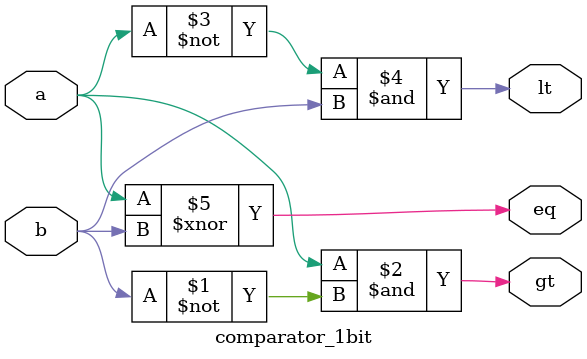
<source format=v>
module comparator_1bit(a, b, gt, eq, lt);
	input a,b;
	output gt, eq, lt;

	//Dataflow style 1
//	assign {gt, eq, lt} = (a > b) ? 3'b100 : (a < b) ? 3'b001 : (a == b) ? 3'b010 : 1'bx;//Such coding style used in industry
	//Dataflow style 2
	assign gt = a&~b;
	assign lt = ~a&b;
	assign eq = a~^b; //XNOR

endmodule

</source>
